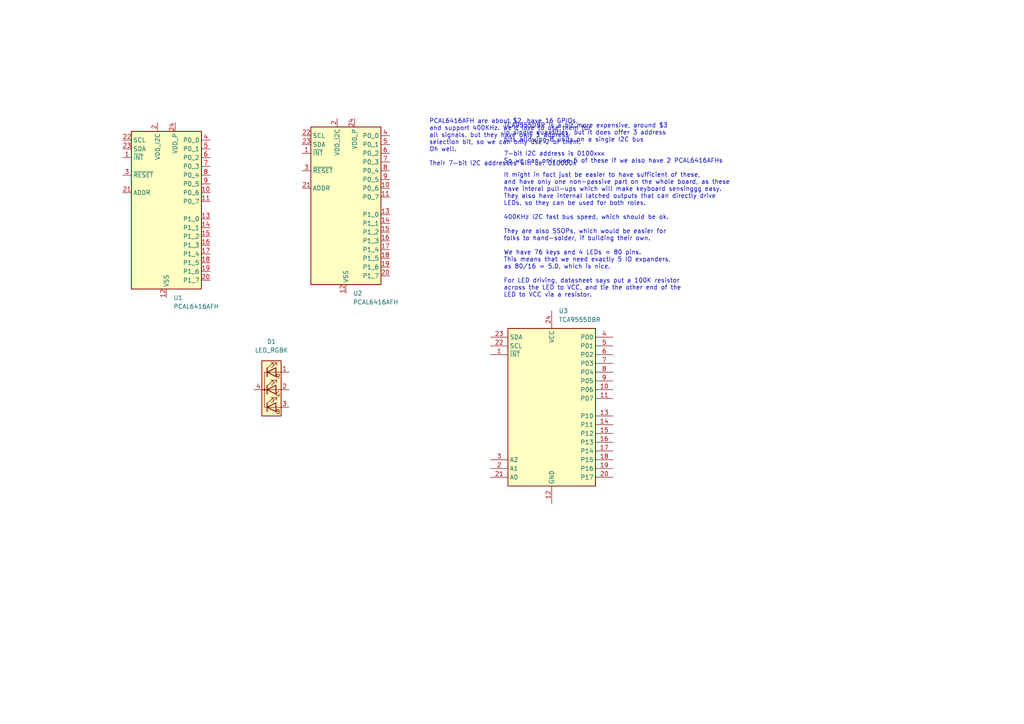
<source format=kicad_sch>
(kicad_sch (version 20211123) (generator eeschema)
  (paper "A4")
  (lib_symbols
    (symbol "Device:LED_RGBK" (pin_names (offset 0) hide)
      (property "Reference" "D" (at 0 9.398 0))
      (property "Value" "LED_RGBK" (at 0 -8.89 0))
      (symbol "LED_RGBK_0_0"
        (text "B" (at 1.905 -6.35 0) (effects (font (size 1.27 1.27))))
        (text "G" (at 1.905 -1.27 0) (effects (font (size 1.27 1.27))))
        (text "R" (at 1.905 3.81 0) (effects (font (size 1.27 1.27))))
      )
      (symbol "LED_RGBK_0_1"
        (circle (center -2.032 0) (radius 0.254) (fill (type outline)))
        (polyline (pts (xy -1.27 -5.08) (xy 1.27 -5.08)))
        (polyline (pts (xy -1.27 -3.81) (xy -1.27 -6.35)) (stroke (width 0.254)))
        (polyline (pts (xy -1.27 0) (xy -2.54 0)))
        (polyline (pts (xy -1.27 1.27) (xy -1.27 -1.27)) (stroke (width 0.254)))
        (polyline (pts (xy -1.27 5.08) (xy 1.27 5.08)))
        (polyline (pts (xy -1.27 6.35) (xy -1.27 3.81)) (stroke (width 0.254)))
        (polyline (pts (xy 1.27 -5.08) (xy 2.54 -5.08)))
        (polyline (pts (xy 1.27 0) (xy -1.27 0)))
        (polyline (pts (xy 1.27 0) (xy 2.54 0)))
        (polyline (pts (xy 1.27 5.08) (xy 2.54 5.08)))
        (polyline (pts (xy -1.27 1.27) (xy -1.27 -1.27) (xy -1.27 -1.27)))
        (polyline (pts (xy -1.27 6.35) (xy -1.27 3.81) (xy -1.27 3.81)))
        (polyline (pts (xy -1.27 5.08) (xy -2.032 5.08) (xy -2.032 -5.08) (xy -1.016 -5.08)))
        (polyline (pts (xy 1.27 -3.81) (xy 1.27 -6.35) (xy -1.27 -5.08) (xy 1.27 -3.81)) (stroke (width 0.254)))
        (polyline (pts (xy 1.27 1.27) (xy 1.27 -1.27) (xy -1.27 0) (xy 1.27 1.27)) (stroke (width 0.254)))
        (polyline (pts (xy 1.27 6.35) (xy 1.27 3.81) (xy -1.27 5.08) (xy 1.27 6.35)) (stroke (width 0.254)))
        (polyline (pts (xy -1.016 -3.81) (xy 0.508 -2.286) (xy -0.254 -2.286) (xy 0.508 -2.286) (xy 0.508 -3.048)))
        (polyline (pts (xy -1.016 1.27) (xy 0.508 2.794) (xy -0.254 2.794) (xy 0.508 2.794) (xy 0.508 2.032)))
        (polyline (pts (xy -1.016 6.35) (xy 0.508 7.874) (xy -0.254 7.874) (xy 0.508 7.874) (xy 0.508 7.112)))
        (polyline (pts (xy 0 -3.81) (xy 1.524 -2.286) (xy 0.762 -2.286) (xy 1.524 -2.286) (xy 1.524 -3.048)))
        (polyline (pts (xy 0 1.27) (xy 1.524 2.794) (xy 0.762 2.794) (xy 1.524 2.794) (xy 1.524 2.032)))
        (polyline (pts (xy 0 6.35) (xy 1.524 7.874) (xy 0.762 7.874) (xy 1.524 7.874) (xy 1.524 7.112)))
        (rectangle (start 1.27 -1.27) (end 1.27 1.27))
        (rectangle (start 1.27 1.27) (end 1.27 1.27))
        (rectangle (start 1.27 3.81) (end 1.27 6.35))
        (rectangle (start 1.27 6.35) (end 1.27 6.35))
        (rectangle (start 2.794 8.382) (end -2.794 -7.62) (stroke (width 0.254)) (fill (type background)))
      )
      (symbol "LED_RGBK_1_1"
        (pin passive line (at 5.08 5.08 180) (length 2.54) (name "RA") (number "1"))
        (pin passive line (at 5.08 0 180) (length 2.54) (name "GA") (number "2"))
        (pin passive line (at 5.08 -5.08 180) (length 2.54) (name "BA") (number "3"))
        (pin passive line (at -5.08 0 0) (length 2.54) (name "K") (number "4"))
      )
    )
    (symbol "Interface_Expansion:PCAL6416APW"
      (property "Reference" "U" (at -10.16 24.13 0))
      (property "Value" "PCAL6416APW" (at 3.81 24.13 0))
      (symbol "PCAL6416APW_0_1"
        (rectangle (start -10.16 22.86) (end 10.16 -22.86) (stroke (width 0.254)) (fill (type background)))
      )
      (symbol "PCAL6416APW_1_1"
        (pin open_collector line (at -12.7 15.24 0) (length 2.54) (name "~{INT}") (number "1"))
        (pin bidirectional line (at 12.7 5.08 180) (length 2.54) (name "P0_6") (number "10"))
        (pin bidirectional line (at 12.7 2.54 180) (length 2.54) (name "P0_7") (number "11"))
        (pin power_in line (at 0 -25.4 90) (length 2.54) (name "VSS") (number "12"))
        (pin bidirectional line (at 12.7 -2.54 180) (length 2.54) (name "P1_0") (number "13"))
        (pin bidirectional line (at 12.7 -5.08 180) (length 2.54) (name "P1_1") (number "14"))
        (pin bidirectional line (at 12.7 -7.62 180) (length 2.54) (name "P1_2") (number "15"))
        (pin bidirectional line (at 12.7 -10.16 180) (length 2.54) (name "P1_3") (number "16"))
        (pin bidirectional line (at 12.7 -12.7 180) (length 2.54) (name "P1_4") (number "17"))
        (pin bidirectional line (at 12.7 -15.24 180) (length 2.54) (name "P1_5") (number "18"))
        (pin bidirectional line (at 12.7 -17.78 180) (length 2.54) (name "P1_6") (number "19"))
        (pin power_in line (at -2.54 25.4 270) (length 2.54) (name "VDD_I2C") (number "2"))
        (pin bidirectional line (at 12.7 -20.32 180) (length 2.54) (name "P1_7") (number "20"))
        (pin input line (at -12.7 5.08 0) (length 2.54) (name "ADDR") (number "21"))
        (pin input line (at -12.7 20.32 0) (length 2.54) (name "SCL") (number "22"))
        (pin bidirectional line (at -12.7 17.78 0) (length 2.54) (name "SDA") (number "23"))
        (pin power_in line (at 2.54 25.4 270) (length 2.54) (name "VDD_P") (number "24"))
        (pin input line (at -12.7 10.16 0) (length 2.54) (name "~{RESET}") (number "3"))
        (pin bidirectional line (at 12.7 20.32 180) (length 2.54) (name "P0_0") (number "4"))
        (pin bidirectional line (at 12.7 17.78 180) (length 2.54) (name "P0_1") (number "5"))
        (pin bidirectional line (at 12.7 15.24 180) (length 2.54) (name "P0_2") (number "6"))
        (pin bidirectional line (at 12.7 12.7 180) (length 2.54) (name "P0_3") (number "7"))
        (pin bidirectional line (at 12.7 10.16 180) (length 2.54) (name "P0_4") (number "8"))
        (pin bidirectional line (at 12.7 7.62 180) (length 2.54) (name "P0_5") (number "9"))
      )
    )
    (symbol "Interface_Expansion:TCA9555DBR"
      (property "Reference" "U" (at -11.43 24.13 0))
      (property "Value" "TCA9555DBR" (at 0 0 0))
      (symbol "TCA9555DBR_0_1"
        (rectangle (start -12.7 22.86) (end 12.7 -22.86) (stroke (width 0.254)) (fill (type background)))
      )
      (symbol "TCA9555DBR_1_1"
        (pin open_collector line (at -17.78 15.24 0) (length 5.08) (name "~{INT}") (number "1"))
        (pin bidirectional line (at 17.78 5.08 180) (length 5.08) (name "P06") (number "10"))
        (pin bidirectional line (at 17.78 2.54 180) (length 5.08) (name "P07") (number "11"))
        (pin power_in line (at 0 -27.94 90) (length 5.08) (name "GND") (number "12"))
        (pin bidirectional line (at 17.78 -2.54 180) (length 5.08) (name "P10") (number "13"))
        (pin bidirectional line (at 17.78 -5.08 180) (length 5.08) (name "P11") (number "14"))
        (pin bidirectional line (at 17.78 -7.62 180) (length 5.08) (name "P12") (number "15"))
        (pin bidirectional line (at 17.78 -10.16 180) (length 5.08) (name "P13") (number "16"))
        (pin bidirectional line (at 17.78 -12.7 180) (length 5.08) (name "P14") (number "17"))
        (pin bidirectional line (at 17.78 -15.24 180) (length 5.08) (name "P15") (number "18"))
        (pin bidirectional line (at 17.78 -17.78 180) (length 5.08) (name "P16") (number "19"))
        (pin input line (at -17.78 -17.78 0) (length 5.08) (name "A1") (number "2"))
        (pin bidirectional line (at 17.78 -20.32 180) (length 5.08) (name "P17") (number "20"))
        (pin input line (at -17.78 -20.32 0) (length 5.08) (name "A0") (number "21"))
        (pin input line (at -17.78 17.78 0) (length 5.08) (name "SCL") (number "22"))
        (pin bidirectional line (at -17.78 20.32 0) (length 5.08) (name "SDA") (number "23"))
        (pin power_in line (at 0 27.94 270) (length 5.08) (name "VCC") (number "24"))
        (pin input line (at -17.78 -15.24 0) (length 5.08) (name "A2") (number "3"))
        (pin bidirectional line (at 17.78 20.32 180) (length 5.08) (name "P00") (number "4"))
        (pin bidirectional line (at 17.78 17.78 180) (length 5.08) (name "P01") (number "5"))
        (pin bidirectional line (at 17.78 15.24 180) (length 5.08) (name "P02") (number "6"))
        (pin bidirectional line (at 17.78 12.7 180) (length 5.08) (name "P03") (number "7"))
        (pin bidirectional line (at 17.78 10.16 180) (length 5.08) (name "P04") (number "8"))
        (pin bidirectional line (at 17.78 7.62 180) (length 5.08) (name "P05") (number "9"))
      )
    )
  )
  (text "TCA9555DBR is a bit more expensive, around $3\nin single quantities, but it does offer 3 address\nbits allowing 8 units on a single I2C bus\n\n7-bit I2C address is 0100xxx\nSo we can only use 6 of these if we also have 2 PCAL6416AFHs\n\nIt might in fact just be easier to have sufficient of these,\nand have only one non-passive part on the whole board, as these\nhave interal pull-ups which will make keyboard sensinggg easy.\nThey also have internal latched outputs that can directly drive\nLEDs, so they can be used for both roles.\n\n400KHz I2C fast bus speed, which should be ok.\n\nThey are also SSOPs, which would be easier for\nfolks to hand-solder, if building their own.\n\nWe have 76 keys and 4 LEDs = 80 pins.\nThis means that we need exactly 5 IO expanders,\nas 80/16 = 5.0, which is nice.  \n\nFor LED driving, datasheet says put a 100K resistor\nacross the LED to VCC, and tie the other end of the\nLED to VCC via a resistor.\n" (at 146.05 86.36 0) (effects (font (size 1.27 1.27)) (justify left bottom)))
  (text "PCAL6416AFH are about $2, have 16 GPIOs,\nand support 400KHz. We'd love to use them for\nall signals, but they have only 1 address\nselection bit, so we can only use 2 of them.\nOh well.\n\nTheir 7-bit I2C addresses will be: 010000x" (at 124.46 48.26 0) (effects (font (size 1.27 1.27)) (justify left bottom)))
  (symbol (lib_id "Interface_Expansion:PCAL6416APW") (at 100.33 59.69 0) (unit 1)
    (property "Reference" "U2" (at 102.3494 85.09 0) (effects (justify left)))
    (property "Value" "PCAL6416AFH" (at 102.3494 87.63 0) (effects (justify left)))
    (property "Footprint" "Package_DFN_QFN:QFN-24-1EP_4x4mm_P0.5mm_EP2.15x2.15mm_ThermalVias" (effects hide))
    (property "Datasheet" "https://www.nxp.com/docs/en/data-sheet/PCAL6416A.pdf" (effects hide))
  )
  (symbol (lib_id "Device:LED_RGBK") (at 78.74 113.03 0) (unit 1)
    (property "Reference" "D1" (at 78.74 99.06 0))
    (property "Value" "LED_RGBK" (at 78.74 101.6 0))
    (property "Footprint" "LED_SMD:LED_RGB_Wuerth-PLCC4_3.2x2.8mm_150141M173100" (effects hide))
  )
  (symbol (lib_id "Interface_Expansion:PCAL6416APW") (at 48.26 60.96 0) (unit 1)
    (property "Reference" "U1" (at 50.2794 86.36 0) (effects (justify left)))
    (property "Value" "PCAL6416AFH" (at 50.2794 88.9 0) (effects (justify left)))
    (property "Footprint" "Package_DFN_QFN:QFN-24-1EP_4x4mm_P0.5mm_EP2.15x2.15mm_ThermalVias" (effects hide))
    (property "Datasheet" "https://www.nxp.com/docs/en/data-sheet/PCAL6416A.pdf" (effects hide))
  )
  (symbol (lib_id "Interface_Expansion:TCA9555DBR") (at 160.02 118.11 0) (unit 1)
    (property "Reference" "U3" (at 162.0394 90.17 0) (effects (justify left)))
    (property "Value" "TCA9555DBR" (at 162.0394 92.71 0) (effects (justify left)))
    (property "Footprint" "Package_SO:SSOP-24_5.3x8.2mm_P0.65mm" (effects hide))
    (property "Datasheet" "http://www.ti.com/lit/ds/symlink/tca9555.pdf" (effects hide))
  )
)
</source>
